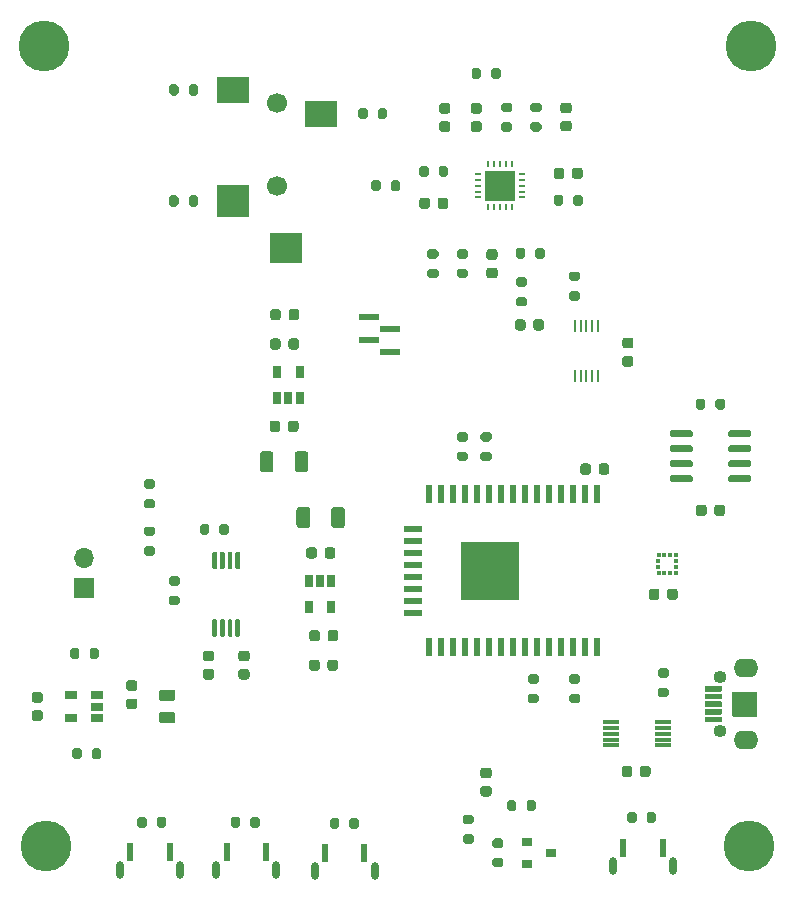
<source format=gbr>
%TF.GenerationSoftware,KiCad,Pcbnew,5.1.10-88a1d61d58~88~ubuntu20.04.1*%
%TF.CreationDate,2021-05-09T11:34:52+02:00*%
%TF.ProjectId,osw-light-modifiedv2,6f73772d-6c69-4676-9874-2d6d6f646966,rev?*%
%TF.SameCoordinates,Original*%
%TF.FileFunction,Soldermask,Top*%
%TF.FilePolarity,Negative*%
%FSLAX46Y46*%
G04 Gerber Fmt 4.6, Leading zero omitted, Abs format (unit mm)*
G04 Created by KiCad (PCBNEW 5.1.10-88a1d61d58~88~ubuntu20.04.1) date 2021-05-09 11:34:52*
%MOMM*%
%LPD*%
G01*
G04 APERTURE LIST*
%ADD10C,4.300000*%
%ADD11R,2.500000X2.500000*%
%ADD12R,0.250000X0.500000*%
%ADD13R,0.500000X0.250000*%
%ADD14O,1.100000X1.100000*%
%ADD15O,2.100000X1.600000*%
%ADD16R,1.400000X0.300000*%
%ADD17R,0.650000X1.060000*%
%ADD18R,0.250000X1.100000*%
%ADD19R,1.524000X0.600000*%
%ADD20R,0.600000X1.524000*%
%ADD21R,5.000000X5.000000*%
%ADD22R,0.350000X0.375000*%
%ADD23R,0.375000X0.350000*%
%ADD24R,1.060000X0.650000*%
%ADD25R,0.500000X1.524000*%
%ADD26O,0.600000X1.524000*%
%ADD27R,0.900000X0.800000*%
%ADD28O,1.700000X1.700000*%
%ADD29R,1.700000X1.700000*%
%ADD30C,1.700000*%
%ADD31R,2.800000X2.800000*%
%ADD32R,2.800000X2.600000*%
%ADD33R,2.800000X2.200000*%
%ADD34R,1.750000X0.600000*%
G04 APERTURE END LIST*
D10*
%TO.C,REF\u002A\u002A*%
X110200000Y-106800000D03*
%TD*%
%TO.C,REF\u002A\u002A*%
X169800000Y-106800000D03*
%TD*%
%TO.C,REF\u002A\u002A*%
X169900000Y-39100000D03*
%TD*%
%TO.C,REF\u002A\u002A*%
X110100000Y-39100000D03*
%TD*%
D11*
%TO.C,U3*%
X148700000Y-50900000D03*
D12*
X147700000Y-49050000D03*
X148200000Y-49050000D03*
X148700000Y-49050000D03*
X149200000Y-49050000D03*
X149700000Y-49050000D03*
D13*
X150550000Y-49900000D03*
X150550000Y-50400000D03*
X150550000Y-50900000D03*
X150550000Y-51400000D03*
X150550000Y-51900000D03*
D12*
X149700000Y-52750000D03*
X149200000Y-52750000D03*
X148700000Y-52750000D03*
X148200000Y-52750000D03*
X147700000Y-52750000D03*
D13*
X146850000Y-51900000D03*
X146850000Y-51400000D03*
X146850000Y-50900000D03*
X146850000Y-50400000D03*
X146850000Y-49900000D03*
%TD*%
D14*
%TO.C,U12*%
X167304500Y-92514000D03*
X167304500Y-97086000D03*
G36*
G01*
X167400000Y-93750000D02*
X166050000Y-93750000D01*
G75*
G02*
X166000000Y-93700000I0J50000D01*
G01*
X166000000Y-93300000D01*
G75*
G02*
X166050000Y-93250000I50000J0D01*
G01*
X167400000Y-93250000D01*
G75*
G02*
X167450000Y-93300000I0J-50000D01*
G01*
X167450000Y-93700000D01*
G75*
G02*
X167400000Y-93750000I-50000J0D01*
G01*
G37*
G36*
G01*
X167400000Y-94400000D02*
X166050000Y-94400000D01*
G75*
G02*
X166000000Y-94350000I0J50000D01*
G01*
X166000000Y-93950000D01*
G75*
G02*
X166050000Y-93900000I50000J0D01*
G01*
X167400000Y-93900000D01*
G75*
G02*
X167450000Y-93950000I0J-50000D01*
G01*
X167450000Y-94350000D01*
G75*
G02*
X167400000Y-94400000I-50000J0D01*
G01*
G37*
G36*
G01*
X167400000Y-95050000D02*
X166050000Y-95050000D01*
G75*
G02*
X166000000Y-95000000I0J50000D01*
G01*
X166000000Y-94600000D01*
G75*
G02*
X166050000Y-94550000I50000J0D01*
G01*
X167400000Y-94550000D01*
G75*
G02*
X167450000Y-94600000I0J-50000D01*
G01*
X167450000Y-95000000D01*
G75*
G02*
X167400000Y-95050000I-50000J0D01*
G01*
G37*
G36*
G01*
X167400000Y-95700000D02*
X166050000Y-95700000D01*
G75*
G02*
X166000000Y-95650000I0J50000D01*
G01*
X166000000Y-95250000D01*
G75*
G02*
X166050000Y-95200000I50000J0D01*
G01*
X167400000Y-95200000D01*
G75*
G02*
X167450000Y-95250000I0J-50000D01*
G01*
X167450000Y-95650000D01*
G75*
G02*
X167400000Y-95700000I-50000J0D01*
G01*
G37*
G36*
G01*
X167400000Y-96350000D02*
X166050000Y-96350000D01*
G75*
G02*
X166000000Y-96300000I0J50000D01*
G01*
X166000000Y-95900000D01*
G75*
G02*
X166050000Y-95850000I50000J0D01*
G01*
X167400000Y-95850000D01*
G75*
G02*
X167450000Y-95900000I0J-50000D01*
G01*
X167450000Y-96300000D01*
G75*
G02*
X167400000Y-96350000I-50000J0D01*
G01*
G37*
D15*
X169527000Y-91752000D03*
G36*
G01*
X170400000Y-95850000D02*
X168400000Y-95850000D01*
G75*
G02*
X168350000Y-95800000I0J50000D01*
G01*
X168350000Y-93800000D01*
G75*
G02*
X168400000Y-93750000I50000J0D01*
G01*
X170400000Y-93750000D01*
G75*
G02*
X170450000Y-93800000I0J-50000D01*
G01*
X170450000Y-95800000D01*
G75*
G02*
X170400000Y-95850000I-50000J0D01*
G01*
G37*
X169527000Y-97848000D03*
%TD*%
D16*
%TO.C,U11*%
X158100000Y-96300000D03*
X158100000Y-96800000D03*
X158100000Y-97300000D03*
X158100000Y-97800000D03*
X158100000Y-98300000D03*
X162500000Y-98300000D03*
X162500000Y-97800000D03*
X162500000Y-97300000D03*
X162500000Y-96800000D03*
X162500000Y-96300000D03*
%TD*%
D17*
%TO.C,U9*%
X129810000Y-66680000D03*
X131710000Y-66680000D03*
X131710000Y-68880000D03*
X130760000Y-68880000D03*
X129810000Y-68880000D03*
%TD*%
%TO.C,U8*%
X134390000Y-86600000D03*
X132490000Y-86600000D03*
X132490000Y-84400000D03*
X133440000Y-84400000D03*
X134390000Y-84400000D03*
%TD*%
D18*
%TO.C,U7*%
X157000000Y-67050000D03*
X156500000Y-67050000D03*
X156000000Y-67050000D03*
X155500000Y-67050000D03*
X155000000Y-67050000D03*
X155000000Y-62750000D03*
X155500000Y-62750000D03*
X156000000Y-62750000D03*
X156500000Y-62750000D03*
X157000000Y-62750000D03*
%TD*%
D19*
%TO.C,U6*%
X141300000Y-87056000D03*
X141300000Y-86040000D03*
X141300000Y-85024000D03*
X141300000Y-84008000D03*
X141300000Y-82992000D03*
X141300000Y-81976000D03*
X141300000Y-80960000D03*
X141300000Y-79944000D03*
D20*
X150816000Y-90000000D03*
X156912000Y-90000000D03*
X147768000Y-90000000D03*
X148784000Y-90000000D03*
X155896000Y-90000000D03*
X154880000Y-90000000D03*
X153864000Y-90000000D03*
X152848000Y-90000000D03*
X142688000Y-90000000D03*
X143704000Y-90000000D03*
X149800000Y-90000000D03*
X145736000Y-90000000D03*
X151832000Y-90000000D03*
X146752000Y-90000000D03*
X144720000Y-90000000D03*
X156912000Y-77000000D03*
X155896000Y-77000000D03*
X154880000Y-77000000D03*
X153864000Y-77000000D03*
X152848000Y-77000000D03*
X151832000Y-77000000D03*
X150816000Y-77000000D03*
X149800000Y-77000000D03*
X148800000Y-77000000D03*
X147768000Y-77000000D03*
X146752000Y-77000000D03*
X145736000Y-77000000D03*
X144720000Y-77000000D03*
X143704000Y-77000000D03*
X142688000Y-77000000D03*
D21*
X147800000Y-83500000D03*
%TD*%
%TO.C,U5*%
G36*
G01*
X126375000Y-81900000D02*
X126575000Y-81900000D01*
G75*
G02*
X126675000Y-82000000I0J-100000D01*
G01*
X126675000Y-83275000D01*
G75*
G02*
X126575000Y-83375000I-100000J0D01*
G01*
X126375000Y-83375000D01*
G75*
G02*
X126275000Y-83275000I0J100000D01*
G01*
X126275000Y-82000000D01*
G75*
G02*
X126375000Y-81900000I100000J0D01*
G01*
G37*
G36*
G01*
X125725000Y-81900000D02*
X125925000Y-81900000D01*
G75*
G02*
X126025000Y-82000000I0J-100000D01*
G01*
X126025000Y-83275000D01*
G75*
G02*
X125925000Y-83375000I-100000J0D01*
G01*
X125725000Y-83375000D01*
G75*
G02*
X125625000Y-83275000I0J100000D01*
G01*
X125625000Y-82000000D01*
G75*
G02*
X125725000Y-81900000I100000J0D01*
G01*
G37*
G36*
G01*
X125075000Y-81900000D02*
X125275000Y-81900000D01*
G75*
G02*
X125375000Y-82000000I0J-100000D01*
G01*
X125375000Y-83275000D01*
G75*
G02*
X125275000Y-83375000I-100000J0D01*
G01*
X125075000Y-83375000D01*
G75*
G02*
X124975000Y-83275000I0J100000D01*
G01*
X124975000Y-82000000D01*
G75*
G02*
X125075000Y-81900000I100000J0D01*
G01*
G37*
G36*
G01*
X124425000Y-81900000D02*
X124625000Y-81900000D01*
G75*
G02*
X124725000Y-82000000I0J-100000D01*
G01*
X124725000Y-83275000D01*
G75*
G02*
X124625000Y-83375000I-100000J0D01*
G01*
X124425000Y-83375000D01*
G75*
G02*
X124325000Y-83275000I0J100000D01*
G01*
X124325000Y-82000000D01*
G75*
G02*
X124425000Y-81900000I100000J0D01*
G01*
G37*
G36*
G01*
X124425000Y-87625000D02*
X124625000Y-87625000D01*
G75*
G02*
X124725000Y-87725000I0J-100000D01*
G01*
X124725000Y-89000000D01*
G75*
G02*
X124625000Y-89100000I-100000J0D01*
G01*
X124425000Y-89100000D01*
G75*
G02*
X124325000Y-89000000I0J100000D01*
G01*
X124325000Y-87725000D01*
G75*
G02*
X124425000Y-87625000I100000J0D01*
G01*
G37*
G36*
G01*
X125075000Y-87625000D02*
X125275000Y-87625000D01*
G75*
G02*
X125375000Y-87725000I0J-100000D01*
G01*
X125375000Y-89000000D01*
G75*
G02*
X125275000Y-89100000I-100000J0D01*
G01*
X125075000Y-89100000D01*
G75*
G02*
X124975000Y-89000000I0J100000D01*
G01*
X124975000Y-87725000D01*
G75*
G02*
X125075000Y-87625000I100000J0D01*
G01*
G37*
G36*
G01*
X125725000Y-87625000D02*
X125925000Y-87625000D01*
G75*
G02*
X126025000Y-87725000I0J-100000D01*
G01*
X126025000Y-89000000D01*
G75*
G02*
X125925000Y-89100000I-100000J0D01*
G01*
X125725000Y-89100000D01*
G75*
G02*
X125625000Y-89000000I0J100000D01*
G01*
X125625000Y-87725000D01*
G75*
G02*
X125725000Y-87625000I100000J0D01*
G01*
G37*
G36*
G01*
X126375000Y-87625000D02*
X126575000Y-87625000D01*
G75*
G02*
X126675000Y-87725000I0J-100000D01*
G01*
X126675000Y-89000000D01*
G75*
G02*
X126575000Y-89100000I-100000J0D01*
G01*
X126375000Y-89100000D01*
G75*
G02*
X126275000Y-89000000I0J100000D01*
G01*
X126275000Y-87725000D01*
G75*
G02*
X126375000Y-87625000I100000J0D01*
G01*
G37*
%TD*%
D22*
%TO.C,U4*%
X163100000Y-82167500D03*
X162600000Y-82167500D03*
X163100000Y-83692500D03*
X162600000Y-83692500D03*
X162100000Y-82167500D03*
X162100000Y-83692500D03*
X163600000Y-82167500D03*
X163600000Y-83692500D03*
D23*
X162087500Y-82680000D03*
X162087500Y-83180000D03*
X163612500Y-83180000D03*
X163612500Y-82680000D03*
%TD*%
D24*
%TO.C,U2*%
X114600000Y-95950000D03*
X114600000Y-95000000D03*
X114600000Y-94050000D03*
X112400000Y-94050000D03*
X112400000Y-95950000D03*
%TD*%
%TO.C,U1*%
G36*
G01*
X165000000Y-75555000D02*
X165000000Y-75855000D01*
G75*
G02*
X164850000Y-76005000I-150000J0D01*
G01*
X163200000Y-76005000D01*
G75*
G02*
X163050000Y-75855000I0J150000D01*
G01*
X163050000Y-75555000D01*
G75*
G02*
X163200000Y-75405000I150000J0D01*
G01*
X164850000Y-75405000D01*
G75*
G02*
X165000000Y-75555000I0J-150000D01*
G01*
G37*
G36*
G01*
X165000000Y-74285000D02*
X165000000Y-74585000D01*
G75*
G02*
X164850000Y-74735000I-150000J0D01*
G01*
X163200000Y-74735000D01*
G75*
G02*
X163050000Y-74585000I0J150000D01*
G01*
X163050000Y-74285000D01*
G75*
G02*
X163200000Y-74135000I150000J0D01*
G01*
X164850000Y-74135000D01*
G75*
G02*
X165000000Y-74285000I0J-150000D01*
G01*
G37*
G36*
G01*
X165000000Y-73015000D02*
X165000000Y-73315000D01*
G75*
G02*
X164850000Y-73465000I-150000J0D01*
G01*
X163200000Y-73465000D01*
G75*
G02*
X163050000Y-73315000I0J150000D01*
G01*
X163050000Y-73015000D01*
G75*
G02*
X163200000Y-72865000I150000J0D01*
G01*
X164850000Y-72865000D01*
G75*
G02*
X165000000Y-73015000I0J-150000D01*
G01*
G37*
G36*
G01*
X165000000Y-71745000D02*
X165000000Y-72045000D01*
G75*
G02*
X164850000Y-72195000I-150000J0D01*
G01*
X163200000Y-72195000D01*
G75*
G02*
X163050000Y-72045000I0J150000D01*
G01*
X163050000Y-71745000D01*
G75*
G02*
X163200000Y-71595000I150000J0D01*
G01*
X164850000Y-71595000D01*
G75*
G02*
X165000000Y-71745000I0J-150000D01*
G01*
G37*
G36*
G01*
X169950000Y-71745000D02*
X169950000Y-72045000D01*
G75*
G02*
X169800000Y-72195000I-150000J0D01*
G01*
X168150000Y-72195000D01*
G75*
G02*
X168000000Y-72045000I0J150000D01*
G01*
X168000000Y-71745000D01*
G75*
G02*
X168150000Y-71595000I150000J0D01*
G01*
X169800000Y-71595000D01*
G75*
G02*
X169950000Y-71745000I0J-150000D01*
G01*
G37*
G36*
G01*
X169950000Y-73015000D02*
X169950000Y-73315000D01*
G75*
G02*
X169800000Y-73465000I-150000J0D01*
G01*
X168150000Y-73465000D01*
G75*
G02*
X168000000Y-73315000I0J150000D01*
G01*
X168000000Y-73015000D01*
G75*
G02*
X168150000Y-72865000I150000J0D01*
G01*
X169800000Y-72865000D01*
G75*
G02*
X169950000Y-73015000I0J-150000D01*
G01*
G37*
G36*
G01*
X169950000Y-74285000D02*
X169950000Y-74585000D01*
G75*
G02*
X169800000Y-74735000I-150000J0D01*
G01*
X168150000Y-74735000D01*
G75*
G02*
X168000000Y-74585000I0J150000D01*
G01*
X168000000Y-74285000D01*
G75*
G02*
X168150000Y-74135000I150000J0D01*
G01*
X169800000Y-74135000D01*
G75*
G02*
X169950000Y-74285000I0J-150000D01*
G01*
G37*
G36*
G01*
X169950000Y-75555000D02*
X169950000Y-75855000D01*
G75*
G02*
X169800000Y-76005000I-150000J0D01*
G01*
X168150000Y-76005000D01*
G75*
G02*
X168000000Y-75855000I0J150000D01*
G01*
X168000000Y-75555000D01*
G75*
G02*
X168150000Y-75405000I150000J0D01*
G01*
X169800000Y-75405000D01*
G75*
G02*
X169950000Y-75555000I0J-150000D01*
G01*
G37*
%TD*%
D25*
%TO.C,SW4*%
X137190001Y-107366999D03*
X133840001Y-107366999D03*
D26*
X138055001Y-108886999D03*
X132975001Y-108886999D03*
%TD*%
D25*
%TO.C,SW3*%
X162460001Y-106996999D03*
X159110001Y-106996999D03*
D26*
X163325001Y-108516999D03*
X158245001Y-108516999D03*
%TD*%
D25*
%TO.C,SW2*%
X120710001Y-107346999D03*
X117360001Y-107346999D03*
D26*
X121575001Y-108866999D03*
X116495001Y-108866999D03*
%TD*%
D25*
%TO.C,SW1*%
X128875000Y-107330000D03*
X125525000Y-107330000D03*
D26*
X129740000Y-108850000D03*
X124660000Y-108850000D03*
%TD*%
%TO.C,R33*%
G36*
G01*
X150925000Y-103675000D02*
X150925000Y-103125000D01*
G75*
G02*
X151125000Y-102925000I200000J0D01*
G01*
X151525000Y-102925000D01*
G75*
G02*
X151725000Y-103125000I0J-200000D01*
G01*
X151725000Y-103675000D01*
G75*
G02*
X151525000Y-103875000I-200000J0D01*
G01*
X151125000Y-103875000D01*
G75*
G02*
X150925000Y-103675000I0J200000D01*
G01*
G37*
G36*
G01*
X149275000Y-103675000D02*
X149275000Y-103125000D01*
G75*
G02*
X149475000Y-102925000I200000J0D01*
G01*
X149875000Y-102925000D01*
G75*
G02*
X150075000Y-103125000I0J-200000D01*
G01*
X150075000Y-103675000D01*
G75*
G02*
X149875000Y-103875000I-200000J0D01*
G01*
X149475000Y-103875000D01*
G75*
G02*
X149275000Y-103675000I0J200000D01*
G01*
G37*
%TD*%
%TO.C,R32*%
G36*
G01*
X162775000Y-92575000D02*
X162225000Y-92575000D01*
G75*
G02*
X162025000Y-92375000I0J200000D01*
G01*
X162025000Y-91975000D01*
G75*
G02*
X162225000Y-91775000I200000J0D01*
G01*
X162775000Y-91775000D01*
G75*
G02*
X162975000Y-91975000I0J-200000D01*
G01*
X162975000Y-92375000D01*
G75*
G02*
X162775000Y-92575000I-200000J0D01*
G01*
G37*
G36*
G01*
X162775000Y-94225000D02*
X162225000Y-94225000D01*
G75*
G02*
X162025000Y-94025000I0J200000D01*
G01*
X162025000Y-93625000D01*
G75*
G02*
X162225000Y-93425000I200000J0D01*
G01*
X162775000Y-93425000D01*
G75*
G02*
X162975000Y-93625000I0J-200000D01*
G01*
X162975000Y-94025000D01*
G75*
G02*
X162775000Y-94225000I-200000J0D01*
G01*
G37*
%TD*%
%TO.C,R31*%
G36*
G01*
X135075000Y-104625000D02*
X135075000Y-105175000D01*
G75*
G02*
X134875000Y-105375000I-200000J0D01*
G01*
X134475000Y-105375000D01*
G75*
G02*
X134275000Y-105175000I0J200000D01*
G01*
X134275000Y-104625000D01*
G75*
G02*
X134475000Y-104425000I200000J0D01*
G01*
X134875000Y-104425000D01*
G75*
G02*
X135075000Y-104625000I0J-200000D01*
G01*
G37*
G36*
G01*
X136725000Y-104625000D02*
X136725000Y-105175000D01*
G75*
G02*
X136525000Y-105375000I-200000J0D01*
G01*
X136125000Y-105375000D01*
G75*
G02*
X135925000Y-105175000I0J200000D01*
G01*
X135925000Y-104625000D01*
G75*
G02*
X136125000Y-104425000I200000J0D01*
G01*
X136525000Y-104425000D01*
G75*
G02*
X136725000Y-104625000I0J-200000D01*
G01*
G37*
%TD*%
%TO.C,R30*%
G36*
G01*
X145225000Y-73425000D02*
X145775000Y-73425000D01*
G75*
G02*
X145975000Y-73625000I0J-200000D01*
G01*
X145975000Y-74025000D01*
G75*
G02*
X145775000Y-74225000I-200000J0D01*
G01*
X145225000Y-74225000D01*
G75*
G02*
X145025000Y-74025000I0J200000D01*
G01*
X145025000Y-73625000D01*
G75*
G02*
X145225000Y-73425000I200000J0D01*
G01*
G37*
G36*
G01*
X145225000Y-71775000D02*
X145775000Y-71775000D01*
G75*
G02*
X145975000Y-71975000I0J-200000D01*
G01*
X145975000Y-72375000D01*
G75*
G02*
X145775000Y-72575000I-200000J0D01*
G01*
X145225000Y-72575000D01*
G75*
G02*
X145025000Y-72375000I0J200000D01*
G01*
X145025000Y-71975000D01*
G75*
G02*
X145225000Y-71775000I200000J0D01*
G01*
G37*
%TD*%
%TO.C,R29*%
G36*
G01*
X155275000Y-93075000D02*
X154725000Y-93075000D01*
G75*
G02*
X154525000Y-92875000I0J200000D01*
G01*
X154525000Y-92475000D01*
G75*
G02*
X154725000Y-92275000I200000J0D01*
G01*
X155275000Y-92275000D01*
G75*
G02*
X155475000Y-92475000I0J-200000D01*
G01*
X155475000Y-92875000D01*
G75*
G02*
X155275000Y-93075000I-200000J0D01*
G01*
G37*
G36*
G01*
X155275000Y-94725000D02*
X154725000Y-94725000D01*
G75*
G02*
X154525000Y-94525000I0J200000D01*
G01*
X154525000Y-94125000D01*
G75*
G02*
X154725000Y-93925000I200000J0D01*
G01*
X155275000Y-93925000D01*
G75*
G02*
X155475000Y-94125000I0J-200000D01*
G01*
X155475000Y-94525000D01*
G75*
G02*
X155275000Y-94725000I-200000J0D01*
G01*
G37*
%TD*%
%TO.C,R28*%
G36*
G01*
X160250000Y-104125000D02*
X160250000Y-104675000D01*
G75*
G02*
X160050000Y-104875000I-200000J0D01*
G01*
X159650000Y-104875000D01*
G75*
G02*
X159450000Y-104675000I0J200000D01*
G01*
X159450000Y-104125000D01*
G75*
G02*
X159650000Y-103925000I200000J0D01*
G01*
X160050000Y-103925000D01*
G75*
G02*
X160250000Y-104125000I0J-200000D01*
G01*
G37*
G36*
G01*
X161900000Y-104125000D02*
X161900000Y-104675000D01*
G75*
G02*
X161700000Y-104875000I-200000J0D01*
G01*
X161300000Y-104875000D01*
G75*
G02*
X161100000Y-104675000I0J200000D01*
G01*
X161100000Y-104125000D01*
G75*
G02*
X161300000Y-103925000I200000J0D01*
G01*
X161700000Y-103925000D01*
G75*
G02*
X161900000Y-104125000I0J-200000D01*
G01*
G37*
%TD*%
%TO.C,R27*%
G36*
G01*
X147225000Y-73425000D02*
X147775000Y-73425000D01*
G75*
G02*
X147975000Y-73625000I0J-200000D01*
G01*
X147975000Y-74025000D01*
G75*
G02*
X147775000Y-74225000I-200000J0D01*
G01*
X147225000Y-74225000D01*
G75*
G02*
X147025000Y-74025000I0J200000D01*
G01*
X147025000Y-73625000D01*
G75*
G02*
X147225000Y-73425000I200000J0D01*
G01*
G37*
G36*
G01*
X147225000Y-71775000D02*
X147775000Y-71775000D01*
G75*
G02*
X147975000Y-71975000I0J-200000D01*
G01*
X147975000Y-72375000D01*
G75*
G02*
X147775000Y-72575000I-200000J0D01*
G01*
X147225000Y-72575000D01*
G75*
G02*
X147025000Y-72375000I0J200000D01*
G01*
X147025000Y-71975000D01*
G75*
G02*
X147225000Y-71775000I200000J0D01*
G01*
G37*
%TD*%
%TO.C,R26*%
G36*
G01*
X151775000Y-93075000D02*
X151225000Y-93075000D01*
G75*
G02*
X151025000Y-92875000I0J200000D01*
G01*
X151025000Y-92475000D01*
G75*
G02*
X151225000Y-92275000I200000J0D01*
G01*
X151775000Y-92275000D01*
G75*
G02*
X151975000Y-92475000I0J-200000D01*
G01*
X151975000Y-92875000D01*
G75*
G02*
X151775000Y-93075000I-200000J0D01*
G01*
G37*
G36*
G01*
X151775000Y-94725000D02*
X151225000Y-94725000D01*
G75*
G02*
X151025000Y-94525000I0J200000D01*
G01*
X151025000Y-94125000D01*
G75*
G02*
X151225000Y-93925000I200000J0D01*
G01*
X151775000Y-93925000D01*
G75*
G02*
X151975000Y-94125000I0J-200000D01*
G01*
X151975000Y-94525000D01*
G75*
G02*
X151775000Y-94725000I-200000J0D01*
G01*
G37*
%TD*%
%TO.C,R25*%
G36*
G01*
X118775000Y-104525000D02*
X118775000Y-105075000D01*
G75*
G02*
X118575000Y-105275000I-200000J0D01*
G01*
X118175000Y-105275000D01*
G75*
G02*
X117975000Y-105075000I0J200000D01*
G01*
X117975000Y-104525000D01*
G75*
G02*
X118175000Y-104325000I200000J0D01*
G01*
X118575000Y-104325000D01*
G75*
G02*
X118775000Y-104525000I0J-200000D01*
G01*
G37*
G36*
G01*
X120425000Y-104525000D02*
X120425000Y-105075000D01*
G75*
G02*
X120225000Y-105275000I-200000J0D01*
G01*
X119825000Y-105275000D01*
G75*
G02*
X119625000Y-105075000I0J200000D01*
G01*
X119625000Y-104525000D01*
G75*
G02*
X119825000Y-104325000I200000J0D01*
G01*
X120225000Y-104325000D01*
G75*
G02*
X120425000Y-104525000I0J-200000D01*
G01*
G37*
%TD*%
%TO.C,R24*%
G36*
G01*
X126675000Y-104525000D02*
X126675000Y-105075000D01*
G75*
G02*
X126475000Y-105275000I-200000J0D01*
G01*
X126075000Y-105275000D01*
G75*
G02*
X125875000Y-105075000I0J200000D01*
G01*
X125875000Y-104525000D01*
G75*
G02*
X126075000Y-104325000I200000J0D01*
G01*
X126475000Y-104325000D01*
G75*
G02*
X126675000Y-104525000I0J-200000D01*
G01*
G37*
G36*
G01*
X128325000Y-104525000D02*
X128325000Y-105075000D01*
G75*
G02*
X128125000Y-105275000I-200000J0D01*
G01*
X127725000Y-105275000D01*
G75*
G02*
X127525000Y-105075000I0J200000D01*
G01*
X127525000Y-104525000D01*
G75*
G02*
X127725000Y-104325000I200000J0D01*
G01*
X128125000Y-104325000D01*
G75*
G02*
X128325000Y-104525000I0J-200000D01*
G01*
G37*
%TD*%
%TO.C,R23*%
G36*
G01*
X148775000Y-106975000D02*
X148225000Y-106975000D01*
G75*
G02*
X148025000Y-106775000I0J200000D01*
G01*
X148025000Y-106375000D01*
G75*
G02*
X148225000Y-106175000I200000J0D01*
G01*
X148775000Y-106175000D01*
G75*
G02*
X148975000Y-106375000I0J-200000D01*
G01*
X148975000Y-106775000D01*
G75*
G02*
X148775000Y-106975000I-200000J0D01*
G01*
G37*
G36*
G01*
X148775000Y-108625000D02*
X148225000Y-108625000D01*
G75*
G02*
X148025000Y-108425000I0J200000D01*
G01*
X148025000Y-108025000D01*
G75*
G02*
X148225000Y-107825000I200000J0D01*
G01*
X148775000Y-107825000D01*
G75*
G02*
X148975000Y-108025000I0J-200000D01*
G01*
X148975000Y-108425000D01*
G75*
G02*
X148775000Y-108625000I-200000J0D01*
G01*
G37*
%TD*%
%TO.C,R22*%
G36*
G01*
X146275000Y-104975000D02*
X145725000Y-104975000D01*
G75*
G02*
X145525000Y-104775000I0J200000D01*
G01*
X145525000Y-104375000D01*
G75*
G02*
X145725000Y-104175000I200000J0D01*
G01*
X146275000Y-104175000D01*
G75*
G02*
X146475000Y-104375000I0J-200000D01*
G01*
X146475000Y-104775000D01*
G75*
G02*
X146275000Y-104975000I-200000J0D01*
G01*
G37*
G36*
G01*
X146275000Y-106625000D02*
X145725000Y-106625000D01*
G75*
G02*
X145525000Y-106425000I0J200000D01*
G01*
X145525000Y-106025000D01*
G75*
G02*
X145725000Y-105825000I200000J0D01*
G01*
X146275000Y-105825000D01*
G75*
G02*
X146475000Y-106025000I0J-200000D01*
G01*
X146475000Y-106425000D01*
G75*
G02*
X146275000Y-106625000I-200000J0D01*
G01*
G37*
%TD*%
%TO.C,R21*%
G36*
G01*
X119275000Y-76575000D02*
X118725000Y-76575000D01*
G75*
G02*
X118525000Y-76375000I0J200000D01*
G01*
X118525000Y-75975000D01*
G75*
G02*
X118725000Y-75775000I200000J0D01*
G01*
X119275000Y-75775000D01*
G75*
G02*
X119475000Y-75975000I0J-200000D01*
G01*
X119475000Y-76375000D01*
G75*
G02*
X119275000Y-76575000I-200000J0D01*
G01*
G37*
G36*
G01*
X119275000Y-78225000D02*
X118725000Y-78225000D01*
G75*
G02*
X118525000Y-78025000I0J200000D01*
G01*
X118525000Y-77625000D01*
G75*
G02*
X118725000Y-77425000I200000J0D01*
G01*
X119275000Y-77425000D01*
G75*
G02*
X119475000Y-77625000I0J-200000D01*
G01*
X119475000Y-78025000D01*
G75*
G02*
X119275000Y-78225000I-200000J0D01*
G01*
G37*
%TD*%
%TO.C,R20*%
G36*
G01*
X119275000Y-80575000D02*
X118725000Y-80575000D01*
G75*
G02*
X118525000Y-80375000I0J200000D01*
G01*
X118525000Y-79975000D01*
G75*
G02*
X118725000Y-79775000I200000J0D01*
G01*
X119275000Y-79775000D01*
G75*
G02*
X119475000Y-79975000I0J-200000D01*
G01*
X119475000Y-80375000D01*
G75*
G02*
X119275000Y-80575000I-200000J0D01*
G01*
G37*
G36*
G01*
X119275000Y-82225000D02*
X118725000Y-82225000D01*
G75*
G02*
X118525000Y-82025000I0J200000D01*
G01*
X118525000Y-81625000D01*
G75*
G02*
X118725000Y-81425000I200000J0D01*
G01*
X119275000Y-81425000D01*
G75*
G02*
X119475000Y-81625000I0J-200000D01*
G01*
X119475000Y-82025000D01*
G75*
G02*
X119275000Y-82225000I-200000J0D01*
G01*
G37*
%TD*%
%TO.C,R19*%
G36*
G01*
X154875000Y-52415000D02*
X154875000Y-51865000D01*
G75*
G02*
X155075000Y-51665000I200000J0D01*
G01*
X155475000Y-51665000D01*
G75*
G02*
X155675000Y-51865000I0J-200000D01*
G01*
X155675000Y-52415000D01*
G75*
G02*
X155475000Y-52615000I-200000J0D01*
G01*
X155075000Y-52615000D01*
G75*
G02*
X154875000Y-52415000I0J200000D01*
G01*
G37*
G36*
G01*
X153225000Y-52415000D02*
X153225000Y-51865000D01*
G75*
G02*
X153425000Y-51665000I200000J0D01*
G01*
X153825000Y-51665000D01*
G75*
G02*
X154025000Y-51865000I0J-200000D01*
G01*
X154025000Y-52415000D01*
G75*
G02*
X153825000Y-52615000I-200000J0D01*
G01*
X153425000Y-52615000D01*
G75*
G02*
X153225000Y-52415000I0J200000D01*
G01*
G37*
%TD*%
%TO.C,R18*%
G36*
G01*
X151995000Y-44675000D02*
X151445000Y-44675000D01*
G75*
G02*
X151245000Y-44475000I0J200000D01*
G01*
X151245000Y-44075000D01*
G75*
G02*
X151445000Y-43875000I200000J0D01*
G01*
X151995000Y-43875000D01*
G75*
G02*
X152195000Y-44075000I0J-200000D01*
G01*
X152195000Y-44475000D01*
G75*
G02*
X151995000Y-44675000I-200000J0D01*
G01*
G37*
G36*
G01*
X151995000Y-46325000D02*
X151445000Y-46325000D01*
G75*
G02*
X151245000Y-46125000I0J200000D01*
G01*
X151245000Y-45725000D01*
G75*
G02*
X151445000Y-45525000I200000J0D01*
G01*
X151995000Y-45525000D01*
G75*
G02*
X152195000Y-45725000I0J-200000D01*
G01*
X152195000Y-46125000D01*
G75*
G02*
X151995000Y-46325000I-200000J0D01*
G01*
G37*
%TD*%
%TO.C,R17*%
G36*
G01*
X147925000Y-41675000D02*
X147925000Y-41125000D01*
G75*
G02*
X148125000Y-40925000I200000J0D01*
G01*
X148525000Y-40925000D01*
G75*
G02*
X148725000Y-41125000I0J-200000D01*
G01*
X148725000Y-41675000D01*
G75*
G02*
X148525000Y-41875000I-200000J0D01*
G01*
X148125000Y-41875000D01*
G75*
G02*
X147925000Y-41675000I0J200000D01*
G01*
G37*
G36*
G01*
X146275000Y-41675000D02*
X146275000Y-41125000D01*
G75*
G02*
X146475000Y-40925000I200000J0D01*
G01*
X146875000Y-40925000D01*
G75*
G02*
X147075000Y-41125000I0J-200000D01*
G01*
X147075000Y-41675000D01*
G75*
G02*
X146875000Y-41875000I-200000J0D01*
G01*
X146475000Y-41875000D01*
G75*
G02*
X146275000Y-41675000I0J200000D01*
G01*
G37*
%TD*%
%TO.C,R16*%
G36*
G01*
X149535000Y-44675000D02*
X148985000Y-44675000D01*
G75*
G02*
X148785000Y-44475000I0J200000D01*
G01*
X148785000Y-44075000D01*
G75*
G02*
X148985000Y-43875000I200000J0D01*
G01*
X149535000Y-43875000D01*
G75*
G02*
X149735000Y-44075000I0J-200000D01*
G01*
X149735000Y-44475000D01*
G75*
G02*
X149535000Y-44675000I-200000J0D01*
G01*
G37*
G36*
G01*
X149535000Y-46325000D02*
X148985000Y-46325000D01*
G75*
G02*
X148785000Y-46125000I0J200000D01*
G01*
X148785000Y-45725000D01*
G75*
G02*
X148985000Y-45525000I200000J0D01*
G01*
X149535000Y-45525000D01*
G75*
G02*
X149735000Y-45725000I0J-200000D01*
G01*
X149735000Y-46125000D01*
G75*
G02*
X149535000Y-46325000I-200000J0D01*
G01*
G37*
%TD*%
%TO.C,R15*%
G36*
G01*
X120825000Y-85625000D02*
X121375000Y-85625000D01*
G75*
G02*
X121575000Y-85825000I0J-200000D01*
G01*
X121575000Y-86225000D01*
G75*
G02*
X121375000Y-86425000I-200000J0D01*
G01*
X120825000Y-86425000D01*
G75*
G02*
X120625000Y-86225000I0J200000D01*
G01*
X120625000Y-85825000D01*
G75*
G02*
X120825000Y-85625000I200000J0D01*
G01*
G37*
G36*
G01*
X120825000Y-83975000D02*
X121375000Y-83975000D01*
G75*
G02*
X121575000Y-84175000I0J-200000D01*
G01*
X121575000Y-84575000D01*
G75*
G02*
X121375000Y-84775000I-200000J0D01*
G01*
X120825000Y-84775000D01*
G75*
G02*
X120625000Y-84575000I0J200000D01*
G01*
X120625000Y-84175000D01*
G75*
G02*
X120825000Y-83975000I200000J0D01*
G01*
G37*
%TD*%
%TO.C,R14*%
G36*
G01*
X124925000Y-80275000D02*
X124925000Y-79725000D01*
G75*
G02*
X125125000Y-79525000I200000J0D01*
G01*
X125525000Y-79525000D01*
G75*
G02*
X125725000Y-79725000I0J-200000D01*
G01*
X125725000Y-80275000D01*
G75*
G02*
X125525000Y-80475000I-200000J0D01*
G01*
X125125000Y-80475000D01*
G75*
G02*
X124925000Y-80275000I0J200000D01*
G01*
G37*
G36*
G01*
X123275000Y-80275000D02*
X123275000Y-79725000D01*
G75*
G02*
X123475000Y-79525000I200000J0D01*
G01*
X123875000Y-79525000D01*
G75*
G02*
X124075000Y-79725000I0J-200000D01*
G01*
X124075000Y-80275000D01*
G75*
G02*
X123875000Y-80475000I-200000J0D01*
G01*
X123475000Y-80475000D01*
G75*
G02*
X123275000Y-80275000I0J200000D01*
G01*
G37*
%TD*%
%TO.C,R13*%
G36*
G01*
X166075000Y-69125000D02*
X166075000Y-69675000D01*
G75*
G02*
X165875000Y-69875000I-200000J0D01*
G01*
X165475000Y-69875000D01*
G75*
G02*
X165275000Y-69675000I0J200000D01*
G01*
X165275000Y-69125000D01*
G75*
G02*
X165475000Y-68925000I200000J0D01*
G01*
X165875000Y-68925000D01*
G75*
G02*
X166075000Y-69125000I0J-200000D01*
G01*
G37*
G36*
G01*
X167725000Y-69125000D02*
X167725000Y-69675000D01*
G75*
G02*
X167525000Y-69875000I-200000J0D01*
G01*
X167125000Y-69875000D01*
G75*
G02*
X166925000Y-69675000I0J200000D01*
G01*
X166925000Y-69125000D01*
G75*
G02*
X167125000Y-68925000I200000J0D01*
G01*
X167525000Y-68925000D01*
G75*
G02*
X167725000Y-69125000I0J-200000D01*
G01*
G37*
%TD*%
%TO.C,R12*%
G36*
G01*
X114100000Y-99275000D02*
X114100000Y-98725000D01*
G75*
G02*
X114300000Y-98525000I200000J0D01*
G01*
X114700000Y-98525000D01*
G75*
G02*
X114900000Y-98725000I0J-200000D01*
G01*
X114900000Y-99275000D01*
G75*
G02*
X114700000Y-99475000I-200000J0D01*
G01*
X114300000Y-99475000D01*
G75*
G02*
X114100000Y-99275000I0J200000D01*
G01*
G37*
G36*
G01*
X112450000Y-99275000D02*
X112450000Y-98725000D01*
G75*
G02*
X112650000Y-98525000I200000J0D01*
G01*
X113050000Y-98525000D01*
G75*
G02*
X113250000Y-98725000I0J-200000D01*
G01*
X113250000Y-99275000D01*
G75*
G02*
X113050000Y-99475000I-200000J0D01*
G01*
X112650000Y-99475000D01*
G75*
G02*
X112450000Y-99275000I0J200000D01*
G01*
G37*
%TD*%
%TO.C,R11*%
G36*
G01*
X139425000Y-51175000D02*
X139425000Y-50625000D01*
G75*
G02*
X139625000Y-50425000I200000J0D01*
G01*
X140025000Y-50425000D01*
G75*
G02*
X140225000Y-50625000I0J-200000D01*
G01*
X140225000Y-51175000D01*
G75*
G02*
X140025000Y-51375000I-200000J0D01*
G01*
X139625000Y-51375000D01*
G75*
G02*
X139425000Y-51175000I0J200000D01*
G01*
G37*
G36*
G01*
X137775000Y-51175000D02*
X137775000Y-50625000D01*
G75*
G02*
X137975000Y-50425000I200000J0D01*
G01*
X138375000Y-50425000D01*
G75*
G02*
X138575000Y-50625000I0J-200000D01*
G01*
X138575000Y-51175000D01*
G75*
G02*
X138375000Y-51375000I-200000J0D01*
G01*
X137975000Y-51375000D01*
G75*
G02*
X137775000Y-51175000I0J200000D01*
G01*
G37*
%TD*%
%TO.C,R10*%
G36*
G01*
X143495000Y-49975000D02*
X143495000Y-49425000D01*
G75*
G02*
X143695000Y-49225000I200000J0D01*
G01*
X144095000Y-49225000D01*
G75*
G02*
X144295000Y-49425000I0J-200000D01*
G01*
X144295000Y-49975000D01*
G75*
G02*
X144095000Y-50175000I-200000J0D01*
G01*
X143695000Y-50175000D01*
G75*
G02*
X143495000Y-49975000I0J200000D01*
G01*
G37*
G36*
G01*
X141845000Y-49975000D02*
X141845000Y-49425000D01*
G75*
G02*
X142045000Y-49225000I200000J0D01*
G01*
X142445000Y-49225000D01*
G75*
G02*
X142645000Y-49425000I0J-200000D01*
G01*
X142645000Y-49975000D01*
G75*
G02*
X142445000Y-50175000I-200000J0D01*
G01*
X142045000Y-50175000D01*
G75*
G02*
X141845000Y-49975000I0J200000D01*
G01*
G37*
%TD*%
%TO.C,R9*%
G36*
G01*
X145225000Y-57935000D02*
X145775000Y-57935000D01*
G75*
G02*
X145975000Y-58135000I0J-200000D01*
G01*
X145975000Y-58535000D01*
G75*
G02*
X145775000Y-58735000I-200000J0D01*
G01*
X145225000Y-58735000D01*
G75*
G02*
X145025000Y-58535000I0J200000D01*
G01*
X145025000Y-58135000D01*
G75*
G02*
X145225000Y-57935000I200000J0D01*
G01*
G37*
G36*
G01*
X145225000Y-56285000D02*
X145775000Y-56285000D01*
G75*
G02*
X145975000Y-56485000I0J-200000D01*
G01*
X145975000Y-56885000D01*
G75*
G02*
X145775000Y-57085000I-200000J0D01*
G01*
X145225000Y-57085000D01*
G75*
G02*
X145025000Y-56885000I0J200000D01*
G01*
X145025000Y-56485000D01*
G75*
G02*
X145225000Y-56285000I200000J0D01*
G01*
G37*
%TD*%
%TO.C,R8*%
G36*
G01*
X151655000Y-56905000D02*
X151655000Y-56355000D01*
G75*
G02*
X151855000Y-56155000I200000J0D01*
G01*
X152255000Y-56155000D01*
G75*
G02*
X152455000Y-56355000I0J-200000D01*
G01*
X152455000Y-56905000D01*
G75*
G02*
X152255000Y-57105000I-200000J0D01*
G01*
X151855000Y-57105000D01*
G75*
G02*
X151655000Y-56905000I0J200000D01*
G01*
G37*
G36*
G01*
X150005000Y-56905000D02*
X150005000Y-56355000D01*
G75*
G02*
X150205000Y-56155000I200000J0D01*
G01*
X150605000Y-56155000D01*
G75*
G02*
X150805000Y-56355000I0J-200000D01*
G01*
X150805000Y-56905000D01*
G75*
G02*
X150605000Y-57105000I-200000J0D01*
G01*
X150205000Y-57105000D01*
G75*
G02*
X150005000Y-56905000I0J200000D01*
G01*
G37*
%TD*%
%TO.C,R7*%
G36*
G01*
X150765000Y-59475000D02*
X150215000Y-59475000D01*
G75*
G02*
X150015000Y-59275000I0J200000D01*
G01*
X150015000Y-58875000D01*
G75*
G02*
X150215000Y-58675000I200000J0D01*
G01*
X150765000Y-58675000D01*
G75*
G02*
X150965000Y-58875000I0J-200000D01*
G01*
X150965000Y-59275000D01*
G75*
G02*
X150765000Y-59475000I-200000J0D01*
G01*
G37*
G36*
G01*
X150765000Y-61125000D02*
X150215000Y-61125000D01*
G75*
G02*
X150015000Y-60925000I0J200000D01*
G01*
X150015000Y-60525000D01*
G75*
G02*
X150215000Y-60325000I200000J0D01*
G01*
X150765000Y-60325000D01*
G75*
G02*
X150965000Y-60525000I0J-200000D01*
G01*
X150965000Y-60925000D01*
G75*
G02*
X150765000Y-61125000I-200000J0D01*
G01*
G37*
%TD*%
%TO.C,R6*%
G36*
G01*
X154715000Y-59825000D02*
X155265000Y-59825000D01*
G75*
G02*
X155465000Y-60025000I0J-200000D01*
G01*
X155465000Y-60425000D01*
G75*
G02*
X155265000Y-60625000I-200000J0D01*
G01*
X154715000Y-60625000D01*
G75*
G02*
X154515000Y-60425000I0J200000D01*
G01*
X154515000Y-60025000D01*
G75*
G02*
X154715000Y-59825000I200000J0D01*
G01*
G37*
G36*
G01*
X154715000Y-58175000D02*
X155265000Y-58175000D01*
G75*
G02*
X155465000Y-58375000I0J-200000D01*
G01*
X155465000Y-58775000D01*
G75*
G02*
X155265000Y-58975000I-200000J0D01*
G01*
X154715000Y-58975000D01*
G75*
G02*
X154515000Y-58775000I0J200000D01*
G01*
X154515000Y-58375000D01*
G75*
G02*
X154715000Y-58175000I200000J0D01*
G01*
G37*
%TD*%
%TO.C,R5*%
G36*
G01*
X137475000Y-44525000D02*
X137475000Y-45075000D01*
G75*
G02*
X137275000Y-45275000I-200000J0D01*
G01*
X136875000Y-45275000D01*
G75*
G02*
X136675000Y-45075000I0J200000D01*
G01*
X136675000Y-44525000D01*
G75*
G02*
X136875000Y-44325000I200000J0D01*
G01*
X137275000Y-44325000D01*
G75*
G02*
X137475000Y-44525000I0J-200000D01*
G01*
G37*
G36*
G01*
X139125000Y-44525000D02*
X139125000Y-45075000D01*
G75*
G02*
X138925000Y-45275000I-200000J0D01*
G01*
X138525000Y-45275000D01*
G75*
G02*
X138325000Y-45075000I0J200000D01*
G01*
X138325000Y-44525000D01*
G75*
G02*
X138525000Y-44325000I200000J0D01*
G01*
X138925000Y-44325000D01*
G75*
G02*
X139125000Y-44525000I0J-200000D01*
G01*
G37*
%TD*%
%TO.C,R4*%
G36*
G01*
X122325000Y-52475000D02*
X122325000Y-51925000D01*
G75*
G02*
X122525000Y-51725000I200000J0D01*
G01*
X122925000Y-51725000D01*
G75*
G02*
X123125000Y-51925000I0J-200000D01*
G01*
X123125000Y-52475000D01*
G75*
G02*
X122925000Y-52675000I-200000J0D01*
G01*
X122525000Y-52675000D01*
G75*
G02*
X122325000Y-52475000I0J200000D01*
G01*
G37*
G36*
G01*
X120675000Y-52475000D02*
X120675000Y-51925000D01*
G75*
G02*
X120875000Y-51725000I200000J0D01*
G01*
X121275000Y-51725000D01*
G75*
G02*
X121475000Y-51925000I0J-200000D01*
G01*
X121475000Y-52475000D01*
G75*
G02*
X121275000Y-52675000I-200000J0D01*
G01*
X120875000Y-52675000D01*
G75*
G02*
X120675000Y-52475000I0J200000D01*
G01*
G37*
%TD*%
%TO.C,R3*%
G36*
G01*
X142725000Y-57935000D02*
X143275000Y-57935000D01*
G75*
G02*
X143475000Y-58135000I0J-200000D01*
G01*
X143475000Y-58535000D01*
G75*
G02*
X143275000Y-58735000I-200000J0D01*
G01*
X142725000Y-58735000D01*
G75*
G02*
X142525000Y-58535000I0J200000D01*
G01*
X142525000Y-58135000D01*
G75*
G02*
X142725000Y-57935000I200000J0D01*
G01*
G37*
G36*
G01*
X142725000Y-56285000D02*
X143275000Y-56285000D01*
G75*
G02*
X143475000Y-56485000I0J-200000D01*
G01*
X143475000Y-56885000D01*
G75*
G02*
X143275000Y-57085000I-200000J0D01*
G01*
X142725000Y-57085000D01*
G75*
G02*
X142525000Y-56885000I0J200000D01*
G01*
X142525000Y-56485000D01*
G75*
G02*
X142725000Y-56285000I200000J0D01*
G01*
G37*
%TD*%
%TO.C,R2*%
G36*
G01*
X122325000Y-43075000D02*
X122325000Y-42525000D01*
G75*
G02*
X122525000Y-42325000I200000J0D01*
G01*
X122925000Y-42325000D01*
G75*
G02*
X123125000Y-42525000I0J-200000D01*
G01*
X123125000Y-43075000D01*
G75*
G02*
X122925000Y-43275000I-200000J0D01*
G01*
X122525000Y-43275000D01*
G75*
G02*
X122325000Y-43075000I0J200000D01*
G01*
G37*
G36*
G01*
X120675000Y-43075000D02*
X120675000Y-42525000D01*
G75*
G02*
X120875000Y-42325000I200000J0D01*
G01*
X121275000Y-42325000D01*
G75*
G02*
X121475000Y-42525000I0J-200000D01*
G01*
X121475000Y-43075000D01*
G75*
G02*
X121275000Y-43275000I-200000J0D01*
G01*
X120875000Y-43275000D01*
G75*
G02*
X120675000Y-43075000I0J200000D01*
G01*
G37*
%TD*%
%TO.C,R1*%
G36*
G01*
X113075000Y-90225000D02*
X113075000Y-90775000D01*
G75*
G02*
X112875000Y-90975000I-200000J0D01*
G01*
X112475000Y-90975000D01*
G75*
G02*
X112275000Y-90775000I0J200000D01*
G01*
X112275000Y-90225000D01*
G75*
G02*
X112475000Y-90025000I200000J0D01*
G01*
X112875000Y-90025000D01*
G75*
G02*
X113075000Y-90225000I0J-200000D01*
G01*
G37*
G36*
G01*
X114725000Y-90225000D02*
X114725000Y-90775000D01*
G75*
G02*
X114525000Y-90975000I-200000J0D01*
G01*
X114125000Y-90975000D01*
G75*
G02*
X113925000Y-90775000I0J200000D01*
G01*
X113925000Y-90225000D01*
G75*
G02*
X114125000Y-90025000I200000J0D01*
G01*
X114525000Y-90025000D01*
G75*
G02*
X114725000Y-90225000I0J-200000D01*
G01*
G37*
%TD*%
D27*
%TO.C,Q1*%
X153000000Y-107400000D03*
X151000000Y-108350000D03*
X151000000Y-106450000D03*
%TD*%
D28*
%TO.C,J3*%
X113500000Y-82460000D03*
D29*
X113500000Y-85000000D03*
%TD*%
D30*
%TO.C,J2*%
X129800000Y-50900000D03*
X129800000Y-43900000D03*
D31*
X126100000Y-52200000D03*
D32*
X130550000Y-56200000D03*
D33*
X126100000Y-42800000D03*
X133500000Y-44800000D03*
%TD*%
D34*
%TO.C,J1*%
X137625000Y-62000000D03*
X137625000Y-64000000D03*
X139375000Y-63000000D03*
X139375000Y-65000000D03*
%TD*%
%TO.C,D1*%
G36*
G01*
X120956250Y-94550000D02*
X120043750Y-94550000D01*
G75*
G02*
X119800000Y-94306250I0J243750D01*
G01*
X119800000Y-93818750D01*
G75*
G02*
X120043750Y-93575000I243750J0D01*
G01*
X120956250Y-93575000D01*
G75*
G02*
X121200000Y-93818750I0J-243750D01*
G01*
X121200000Y-94306250D01*
G75*
G02*
X120956250Y-94550000I-243750J0D01*
G01*
G37*
G36*
G01*
X120956250Y-96425000D02*
X120043750Y-96425000D01*
G75*
G02*
X119800000Y-96181250I0J243750D01*
G01*
X119800000Y-95693750D01*
G75*
G02*
X120043750Y-95450000I243750J0D01*
G01*
X120956250Y-95450000D01*
G75*
G02*
X121200000Y-95693750I0J-243750D01*
G01*
X121200000Y-96181250D01*
G75*
G02*
X120956250Y-96425000I-243750J0D01*
G01*
G37*
%TD*%
%TO.C,C26*%
G36*
G01*
X159875000Y-100250000D02*
X159875000Y-100750000D01*
G75*
G02*
X159650000Y-100975000I-225000J0D01*
G01*
X159200000Y-100975000D01*
G75*
G02*
X158975000Y-100750000I0J225000D01*
G01*
X158975000Y-100250000D01*
G75*
G02*
X159200000Y-100025000I225000J0D01*
G01*
X159650000Y-100025000D01*
G75*
G02*
X159875000Y-100250000I0J-225000D01*
G01*
G37*
G36*
G01*
X161425000Y-100250000D02*
X161425000Y-100750000D01*
G75*
G02*
X161200000Y-100975000I-225000J0D01*
G01*
X160750000Y-100975000D01*
G75*
G02*
X160525000Y-100750000I0J225000D01*
G01*
X160525000Y-100250000D01*
G75*
G02*
X160750000Y-100025000I225000J0D01*
G01*
X161200000Y-100025000D01*
G75*
G02*
X161425000Y-100250000I0J-225000D01*
G01*
G37*
%TD*%
%TO.C,C24*%
G36*
G01*
X147750000Y-101075000D02*
X147250000Y-101075000D01*
G75*
G02*
X147025000Y-100850000I0J225000D01*
G01*
X147025000Y-100400000D01*
G75*
G02*
X147250000Y-100175000I225000J0D01*
G01*
X147750000Y-100175000D01*
G75*
G02*
X147975000Y-100400000I0J-225000D01*
G01*
X147975000Y-100850000D01*
G75*
G02*
X147750000Y-101075000I-225000J0D01*
G01*
G37*
G36*
G01*
X147750000Y-102625000D02*
X147250000Y-102625000D01*
G75*
G02*
X147025000Y-102400000I0J225000D01*
G01*
X147025000Y-101950000D01*
G75*
G02*
X147250000Y-101725000I225000J0D01*
G01*
X147750000Y-101725000D01*
G75*
G02*
X147975000Y-101950000I0J-225000D01*
G01*
X147975000Y-102400000D01*
G75*
G02*
X147750000Y-102625000I-225000J0D01*
G01*
G37*
%TD*%
%TO.C,C23*%
G36*
G01*
X130775000Y-62070000D02*
X130775000Y-61570000D01*
G75*
G02*
X131000000Y-61345000I225000J0D01*
G01*
X131450000Y-61345000D01*
G75*
G02*
X131675000Y-61570000I0J-225000D01*
G01*
X131675000Y-62070000D01*
G75*
G02*
X131450000Y-62295000I-225000J0D01*
G01*
X131000000Y-62295000D01*
G75*
G02*
X130775000Y-62070000I0J225000D01*
G01*
G37*
G36*
G01*
X129225000Y-62070000D02*
X129225000Y-61570000D01*
G75*
G02*
X129450000Y-61345000I225000J0D01*
G01*
X129900000Y-61345000D01*
G75*
G02*
X130125000Y-61570000I0J-225000D01*
G01*
X130125000Y-62070000D01*
G75*
G02*
X129900000Y-62295000I-225000J0D01*
G01*
X129450000Y-62295000D01*
G75*
G02*
X129225000Y-62070000I0J225000D01*
G01*
G37*
%TD*%
%TO.C,C22*%
G36*
G01*
X133435000Y-88750000D02*
X133435000Y-89250000D01*
G75*
G02*
X133210000Y-89475000I-225000J0D01*
G01*
X132760000Y-89475000D01*
G75*
G02*
X132535000Y-89250000I0J225000D01*
G01*
X132535000Y-88750000D01*
G75*
G02*
X132760000Y-88525000I225000J0D01*
G01*
X133210000Y-88525000D01*
G75*
G02*
X133435000Y-88750000I0J-225000D01*
G01*
G37*
G36*
G01*
X134985000Y-88750000D02*
X134985000Y-89250000D01*
G75*
G02*
X134760000Y-89475000I-225000J0D01*
G01*
X134310000Y-89475000D01*
G75*
G02*
X134085000Y-89250000I0J225000D01*
G01*
X134085000Y-88750000D01*
G75*
G02*
X134310000Y-88525000I225000J0D01*
G01*
X134760000Y-88525000D01*
G75*
G02*
X134985000Y-88750000I0J-225000D01*
G01*
G37*
%TD*%
%TO.C,C21*%
G36*
G01*
X130760000Y-64560000D02*
X130760000Y-64060000D01*
G75*
G02*
X130985000Y-63835000I225000J0D01*
G01*
X131435000Y-63835000D01*
G75*
G02*
X131660000Y-64060000I0J-225000D01*
G01*
X131660000Y-64560000D01*
G75*
G02*
X131435000Y-64785000I-225000J0D01*
G01*
X130985000Y-64785000D01*
G75*
G02*
X130760000Y-64560000I0J225000D01*
G01*
G37*
G36*
G01*
X129210000Y-64560000D02*
X129210000Y-64060000D01*
G75*
G02*
X129435000Y-63835000I225000J0D01*
G01*
X129885000Y-63835000D01*
G75*
G02*
X130110000Y-64060000I0J-225000D01*
G01*
X130110000Y-64560000D01*
G75*
G02*
X129885000Y-64785000I-225000J0D01*
G01*
X129435000Y-64785000D01*
G75*
G02*
X129210000Y-64560000I0J225000D01*
G01*
G37*
%TD*%
%TO.C,C20*%
G36*
G01*
X133415000Y-91250000D02*
X133415000Y-91750000D01*
G75*
G02*
X133190000Y-91975000I-225000J0D01*
G01*
X132740000Y-91975000D01*
G75*
G02*
X132515000Y-91750000I0J225000D01*
G01*
X132515000Y-91250000D01*
G75*
G02*
X132740000Y-91025000I225000J0D01*
G01*
X133190000Y-91025000D01*
G75*
G02*
X133415000Y-91250000I0J-225000D01*
G01*
G37*
G36*
G01*
X134965000Y-91250000D02*
X134965000Y-91750000D01*
G75*
G02*
X134740000Y-91975000I-225000J0D01*
G01*
X134290000Y-91975000D01*
G75*
G02*
X134065000Y-91750000I0J225000D01*
G01*
X134065000Y-91250000D01*
G75*
G02*
X134290000Y-91025000I225000J0D01*
G01*
X134740000Y-91025000D01*
G75*
G02*
X134965000Y-91250000I0J-225000D01*
G01*
G37*
%TD*%
%TO.C,C19*%
G36*
G01*
X159250000Y-65325000D02*
X159750000Y-65325000D01*
G75*
G02*
X159975000Y-65550000I0J-225000D01*
G01*
X159975000Y-66000000D01*
G75*
G02*
X159750000Y-66225000I-225000J0D01*
G01*
X159250000Y-66225000D01*
G75*
G02*
X159025000Y-66000000I0J225000D01*
G01*
X159025000Y-65550000D01*
G75*
G02*
X159250000Y-65325000I225000J0D01*
G01*
G37*
G36*
G01*
X159250000Y-63775000D02*
X159750000Y-63775000D01*
G75*
G02*
X159975000Y-64000000I0J-225000D01*
G01*
X159975000Y-64450000D01*
G75*
G02*
X159750000Y-64675000I-225000J0D01*
G01*
X159250000Y-64675000D01*
G75*
G02*
X159025000Y-64450000I0J225000D01*
G01*
X159025000Y-64000000D01*
G75*
G02*
X159250000Y-63775000I225000J0D01*
G01*
G37*
%TD*%
%TO.C,C18*%
G36*
G01*
X130725000Y-71530000D02*
X130725000Y-71030000D01*
G75*
G02*
X130950000Y-70805000I225000J0D01*
G01*
X131400000Y-70805000D01*
G75*
G02*
X131625000Y-71030000I0J-225000D01*
G01*
X131625000Y-71530000D01*
G75*
G02*
X131400000Y-71755000I-225000J0D01*
G01*
X130950000Y-71755000D01*
G75*
G02*
X130725000Y-71530000I0J225000D01*
G01*
G37*
G36*
G01*
X129175000Y-71530000D02*
X129175000Y-71030000D01*
G75*
G02*
X129400000Y-70805000I225000J0D01*
G01*
X129850000Y-70805000D01*
G75*
G02*
X130075000Y-71030000I0J-225000D01*
G01*
X130075000Y-71530000D01*
G75*
G02*
X129850000Y-71755000I-225000J0D01*
G01*
X129400000Y-71755000D01*
G75*
G02*
X129175000Y-71530000I0J225000D01*
G01*
G37*
%TD*%
%TO.C,C17*%
G36*
G01*
X133825000Y-82250000D02*
X133825000Y-81750000D01*
G75*
G02*
X134050000Y-81525000I225000J0D01*
G01*
X134500000Y-81525000D01*
G75*
G02*
X134725000Y-81750000I0J-225000D01*
G01*
X134725000Y-82250000D01*
G75*
G02*
X134500000Y-82475000I-225000J0D01*
G01*
X134050000Y-82475000D01*
G75*
G02*
X133825000Y-82250000I0J225000D01*
G01*
G37*
G36*
G01*
X132275000Y-82250000D02*
X132275000Y-81750000D01*
G75*
G02*
X132500000Y-81525000I225000J0D01*
G01*
X132950000Y-81525000D01*
G75*
G02*
X133175000Y-81750000I0J-225000D01*
G01*
X133175000Y-82250000D01*
G75*
G02*
X132950000Y-82475000I-225000J0D01*
G01*
X132500000Y-82475000D01*
G75*
G02*
X132275000Y-82250000I0J225000D01*
G01*
G37*
%TD*%
%TO.C,C16*%
G36*
G01*
X131300000Y-74930001D02*
X131300000Y-73629999D01*
G75*
G02*
X131549999Y-73380000I249999J0D01*
G01*
X132200001Y-73380000D01*
G75*
G02*
X132450000Y-73629999I0J-249999D01*
G01*
X132450000Y-74930001D01*
G75*
G02*
X132200001Y-75180000I-249999J0D01*
G01*
X131549999Y-75180000D01*
G75*
G02*
X131300000Y-74930001I0J249999D01*
G01*
G37*
G36*
G01*
X128350000Y-74930001D02*
X128350000Y-73629999D01*
G75*
G02*
X128599999Y-73380000I249999J0D01*
G01*
X129250001Y-73380000D01*
G75*
G02*
X129500000Y-73629999I0J-249999D01*
G01*
X129500000Y-74930001D01*
G75*
G02*
X129250001Y-75180000I-249999J0D01*
G01*
X128599999Y-75180000D01*
G75*
G02*
X128350000Y-74930001I0J249999D01*
G01*
G37*
%TD*%
%TO.C,C15*%
G36*
G01*
X134400000Y-79650001D02*
X134400000Y-78349999D01*
G75*
G02*
X134649999Y-78100000I249999J0D01*
G01*
X135300001Y-78100000D01*
G75*
G02*
X135550000Y-78349999I0J-249999D01*
G01*
X135550000Y-79650001D01*
G75*
G02*
X135300001Y-79900000I-249999J0D01*
G01*
X134649999Y-79900000D01*
G75*
G02*
X134400000Y-79650001I0J249999D01*
G01*
G37*
G36*
G01*
X131450000Y-79650001D02*
X131450000Y-78349999D01*
G75*
G02*
X131699999Y-78100000I249999J0D01*
G01*
X132350001Y-78100000D01*
G75*
G02*
X132600000Y-78349999I0J-249999D01*
G01*
X132600000Y-79650001D01*
G75*
G02*
X132350001Y-79900000I-249999J0D01*
G01*
X131699999Y-79900000D01*
G75*
G02*
X131450000Y-79650001I0J249999D01*
G01*
G37*
%TD*%
%TO.C,C14*%
G36*
G01*
X126750000Y-91825000D02*
X127250000Y-91825000D01*
G75*
G02*
X127475000Y-92050000I0J-225000D01*
G01*
X127475000Y-92500000D01*
G75*
G02*
X127250000Y-92725000I-225000J0D01*
G01*
X126750000Y-92725000D01*
G75*
G02*
X126525000Y-92500000I0J225000D01*
G01*
X126525000Y-92050000D01*
G75*
G02*
X126750000Y-91825000I225000J0D01*
G01*
G37*
G36*
G01*
X126750000Y-90275000D02*
X127250000Y-90275000D01*
G75*
G02*
X127475000Y-90500000I0J-225000D01*
G01*
X127475000Y-90950000D01*
G75*
G02*
X127250000Y-91175000I-225000J0D01*
G01*
X126750000Y-91175000D01*
G75*
G02*
X126525000Y-90950000I0J225000D01*
G01*
X126525000Y-90500000D01*
G75*
G02*
X126750000Y-90275000I225000J0D01*
G01*
G37*
%TD*%
%TO.C,C13*%
G36*
G01*
X154520000Y-44765000D02*
X154020000Y-44765000D01*
G75*
G02*
X153795000Y-44540000I0J225000D01*
G01*
X153795000Y-44090000D01*
G75*
G02*
X154020000Y-43865000I225000J0D01*
G01*
X154520000Y-43865000D01*
G75*
G02*
X154745000Y-44090000I0J-225000D01*
G01*
X154745000Y-44540000D01*
G75*
G02*
X154520000Y-44765000I-225000J0D01*
G01*
G37*
G36*
G01*
X154520000Y-46315000D02*
X154020000Y-46315000D01*
G75*
G02*
X153795000Y-46090000I0J225000D01*
G01*
X153795000Y-45640000D01*
G75*
G02*
X154020000Y-45415000I225000J0D01*
G01*
X154520000Y-45415000D01*
G75*
G02*
X154745000Y-45640000I0J-225000D01*
G01*
X154745000Y-46090000D01*
G75*
G02*
X154520000Y-46315000I-225000J0D01*
G01*
G37*
%TD*%
%TO.C,C12*%
G36*
G01*
X123750000Y-91825000D02*
X124250000Y-91825000D01*
G75*
G02*
X124475000Y-92050000I0J-225000D01*
G01*
X124475000Y-92500000D01*
G75*
G02*
X124250000Y-92725000I-225000J0D01*
G01*
X123750000Y-92725000D01*
G75*
G02*
X123525000Y-92500000I0J225000D01*
G01*
X123525000Y-92050000D01*
G75*
G02*
X123750000Y-91825000I225000J0D01*
G01*
G37*
G36*
G01*
X123750000Y-90275000D02*
X124250000Y-90275000D01*
G75*
G02*
X124475000Y-90500000I0J-225000D01*
G01*
X124475000Y-90950000D01*
G75*
G02*
X124250000Y-91175000I-225000J0D01*
G01*
X123750000Y-91175000D01*
G75*
G02*
X123525000Y-90950000I0J225000D01*
G01*
X123525000Y-90500000D01*
G75*
G02*
X123750000Y-90275000I225000J0D01*
G01*
G37*
%TD*%
%TO.C,C11*%
G36*
G01*
X162825000Y-85750000D02*
X162825000Y-85250000D01*
G75*
G02*
X163050000Y-85025000I225000J0D01*
G01*
X163500000Y-85025000D01*
G75*
G02*
X163725000Y-85250000I0J-225000D01*
G01*
X163725000Y-85750000D01*
G75*
G02*
X163500000Y-85975000I-225000J0D01*
G01*
X163050000Y-85975000D01*
G75*
G02*
X162825000Y-85750000I0J225000D01*
G01*
G37*
G36*
G01*
X161275000Y-85750000D02*
X161275000Y-85250000D01*
G75*
G02*
X161500000Y-85025000I225000J0D01*
G01*
X161950000Y-85025000D01*
G75*
G02*
X162175000Y-85250000I0J-225000D01*
G01*
X162175000Y-85750000D01*
G75*
G02*
X161950000Y-85975000I-225000J0D01*
G01*
X161500000Y-85975000D01*
G75*
G02*
X161275000Y-85750000I0J225000D01*
G01*
G37*
%TD*%
%TO.C,C10*%
G36*
G01*
X154775000Y-50110000D02*
X154775000Y-49610000D01*
G75*
G02*
X155000000Y-49385000I225000J0D01*
G01*
X155450000Y-49385000D01*
G75*
G02*
X155675000Y-49610000I0J-225000D01*
G01*
X155675000Y-50110000D01*
G75*
G02*
X155450000Y-50335000I-225000J0D01*
G01*
X155000000Y-50335000D01*
G75*
G02*
X154775000Y-50110000I0J225000D01*
G01*
G37*
G36*
G01*
X153225000Y-50110000D02*
X153225000Y-49610000D01*
G75*
G02*
X153450000Y-49385000I225000J0D01*
G01*
X153900000Y-49385000D01*
G75*
G02*
X154125000Y-49610000I0J-225000D01*
G01*
X154125000Y-50110000D01*
G75*
G02*
X153900000Y-50335000I-225000J0D01*
G01*
X153450000Y-50335000D01*
G75*
G02*
X153225000Y-50110000I0J225000D01*
G01*
G37*
%TD*%
%TO.C,C9*%
G36*
G01*
X157025000Y-75150000D02*
X157025000Y-74650000D01*
G75*
G02*
X157250000Y-74425000I225000J0D01*
G01*
X157700000Y-74425000D01*
G75*
G02*
X157925000Y-74650000I0J-225000D01*
G01*
X157925000Y-75150000D01*
G75*
G02*
X157700000Y-75375000I-225000J0D01*
G01*
X157250000Y-75375000D01*
G75*
G02*
X157025000Y-75150000I0J225000D01*
G01*
G37*
G36*
G01*
X155475000Y-75150000D02*
X155475000Y-74650000D01*
G75*
G02*
X155700000Y-74425000I225000J0D01*
G01*
X156150000Y-74425000D01*
G75*
G02*
X156375000Y-74650000I0J-225000D01*
G01*
X156375000Y-75150000D01*
G75*
G02*
X156150000Y-75375000I-225000J0D01*
G01*
X155700000Y-75375000D01*
G75*
G02*
X155475000Y-75150000I0J225000D01*
G01*
G37*
%TD*%
%TO.C,C8*%
G36*
G01*
X146430000Y-45455000D02*
X146930000Y-45455000D01*
G75*
G02*
X147155000Y-45680000I0J-225000D01*
G01*
X147155000Y-46130000D01*
G75*
G02*
X146930000Y-46355000I-225000J0D01*
G01*
X146430000Y-46355000D01*
G75*
G02*
X146205000Y-46130000I0J225000D01*
G01*
X146205000Y-45680000D01*
G75*
G02*
X146430000Y-45455000I225000J0D01*
G01*
G37*
G36*
G01*
X146430000Y-43905000D02*
X146930000Y-43905000D01*
G75*
G02*
X147155000Y-44130000I0J-225000D01*
G01*
X147155000Y-44580000D01*
G75*
G02*
X146930000Y-44805000I-225000J0D01*
G01*
X146430000Y-44805000D01*
G75*
G02*
X146205000Y-44580000I0J225000D01*
G01*
X146205000Y-44130000D01*
G75*
G02*
X146430000Y-43905000I225000J0D01*
G01*
G37*
%TD*%
%TO.C,C7*%
G36*
G01*
X117250000Y-94325000D02*
X117750000Y-94325000D01*
G75*
G02*
X117975000Y-94550000I0J-225000D01*
G01*
X117975000Y-95000000D01*
G75*
G02*
X117750000Y-95225000I-225000J0D01*
G01*
X117250000Y-95225000D01*
G75*
G02*
X117025000Y-95000000I0J225000D01*
G01*
X117025000Y-94550000D01*
G75*
G02*
X117250000Y-94325000I225000J0D01*
G01*
G37*
G36*
G01*
X117250000Y-92775000D02*
X117750000Y-92775000D01*
G75*
G02*
X117975000Y-93000000I0J-225000D01*
G01*
X117975000Y-93450000D01*
G75*
G02*
X117750000Y-93675000I-225000J0D01*
G01*
X117250000Y-93675000D01*
G75*
G02*
X117025000Y-93450000I0J225000D01*
G01*
X117025000Y-93000000D01*
G75*
G02*
X117250000Y-92775000I225000J0D01*
G01*
G37*
%TD*%
%TO.C,C6*%
G36*
G01*
X166175000Y-78150000D02*
X166175000Y-78650000D01*
G75*
G02*
X165950000Y-78875000I-225000J0D01*
G01*
X165500000Y-78875000D01*
G75*
G02*
X165275000Y-78650000I0J225000D01*
G01*
X165275000Y-78150000D01*
G75*
G02*
X165500000Y-77925000I225000J0D01*
G01*
X165950000Y-77925000D01*
G75*
G02*
X166175000Y-78150000I0J-225000D01*
G01*
G37*
G36*
G01*
X167725000Y-78150000D02*
X167725000Y-78650000D01*
G75*
G02*
X167500000Y-78875000I-225000J0D01*
G01*
X167050000Y-78875000D01*
G75*
G02*
X166825000Y-78650000I0J225000D01*
G01*
X166825000Y-78150000D01*
G75*
G02*
X167050000Y-77925000I225000J0D01*
G01*
X167500000Y-77925000D01*
G75*
G02*
X167725000Y-78150000I0J-225000D01*
G01*
G37*
%TD*%
%TO.C,C5*%
G36*
G01*
X147750000Y-57835000D02*
X148250000Y-57835000D01*
G75*
G02*
X148475000Y-58060000I0J-225000D01*
G01*
X148475000Y-58510000D01*
G75*
G02*
X148250000Y-58735000I-225000J0D01*
G01*
X147750000Y-58735000D01*
G75*
G02*
X147525000Y-58510000I0J225000D01*
G01*
X147525000Y-58060000D01*
G75*
G02*
X147750000Y-57835000I225000J0D01*
G01*
G37*
G36*
G01*
X147750000Y-56285000D02*
X148250000Y-56285000D01*
G75*
G02*
X148475000Y-56510000I0J-225000D01*
G01*
X148475000Y-56960000D01*
G75*
G02*
X148250000Y-57185000I-225000J0D01*
G01*
X147750000Y-57185000D01*
G75*
G02*
X147525000Y-56960000I0J225000D01*
G01*
X147525000Y-56510000D01*
G75*
G02*
X147750000Y-56285000I225000J0D01*
G01*
G37*
%TD*%
%TO.C,C4*%
G36*
G01*
X143400000Y-52650000D02*
X143400000Y-52150000D01*
G75*
G02*
X143625000Y-51925000I225000J0D01*
G01*
X144075000Y-51925000D01*
G75*
G02*
X144300000Y-52150000I0J-225000D01*
G01*
X144300000Y-52650000D01*
G75*
G02*
X144075000Y-52875000I-225000J0D01*
G01*
X143625000Y-52875000D01*
G75*
G02*
X143400000Y-52650000I0J225000D01*
G01*
G37*
G36*
G01*
X141850000Y-52650000D02*
X141850000Y-52150000D01*
G75*
G02*
X142075000Y-51925000I225000J0D01*
G01*
X142525000Y-51925000D01*
G75*
G02*
X142750000Y-52150000I0J-225000D01*
G01*
X142750000Y-52650000D01*
G75*
G02*
X142525000Y-52875000I-225000J0D01*
G01*
X142075000Y-52875000D01*
G75*
G02*
X141850000Y-52650000I0J225000D01*
G01*
G37*
%TD*%
%TO.C,C3*%
G36*
G01*
X109750000Y-94675000D02*
X109250000Y-94675000D01*
G75*
G02*
X109025000Y-94450000I0J225000D01*
G01*
X109025000Y-94000000D01*
G75*
G02*
X109250000Y-93775000I225000J0D01*
G01*
X109750000Y-93775000D01*
G75*
G02*
X109975000Y-94000000I0J-225000D01*
G01*
X109975000Y-94450000D01*
G75*
G02*
X109750000Y-94675000I-225000J0D01*
G01*
G37*
G36*
G01*
X109750000Y-96225000D02*
X109250000Y-96225000D01*
G75*
G02*
X109025000Y-96000000I0J225000D01*
G01*
X109025000Y-95550000D01*
G75*
G02*
X109250000Y-95325000I225000J0D01*
G01*
X109750000Y-95325000D01*
G75*
G02*
X109975000Y-95550000I0J-225000D01*
G01*
X109975000Y-96000000D01*
G75*
G02*
X109750000Y-96225000I-225000J0D01*
G01*
G37*
%TD*%
%TO.C,C2*%
G36*
G01*
X144250000Y-44805000D02*
X143750000Y-44805000D01*
G75*
G02*
X143525000Y-44580000I0J225000D01*
G01*
X143525000Y-44130000D01*
G75*
G02*
X143750000Y-43905000I225000J0D01*
G01*
X144250000Y-43905000D01*
G75*
G02*
X144475000Y-44130000I0J-225000D01*
G01*
X144475000Y-44580000D01*
G75*
G02*
X144250000Y-44805000I-225000J0D01*
G01*
G37*
G36*
G01*
X144250000Y-46355000D02*
X143750000Y-46355000D01*
G75*
G02*
X143525000Y-46130000I0J225000D01*
G01*
X143525000Y-45680000D01*
G75*
G02*
X143750000Y-45455000I225000J0D01*
G01*
X144250000Y-45455000D01*
G75*
G02*
X144475000Y-45680000I0J-225000D01*
G01*
X144475000Y-46130000D01*
G75*
G02*
X144250000Y-46355000I-225000J0D01*
G01*
G37*
%TD*%
%TO.C,C1*%
G36*
G01*
X151495000Y-62940000D02*
X151495000Y-62440000D01*
G75*
G02*
X151720000Y-62215000I225000J0D01*
G01*
X152170000Y-62215000D01*
G75*
G02*
X152395000Y-62440000I0J-225000D01*
G01*
X152395000Y-62940000D01*
G75*
G02*
X152170000Y-63165000I-225000J0D01*
G01*
X151720000Y-63165000D01*
G75*
G02*
X151495000Y-62940000I0J225000D01*
G01*
G37*
G36*
G01*
X149945000Y-62940000D02*
X149945000Y-62440000D01*
G75*
G02*
X150170000Y-62215000I225000J0D01*
G01*
X150620000Y-62215000D01*
G75*
G02*
X150845000Y-62440000I0J-225000D01*
G01*
X150845000Y-62940000D01*
G75*
G02*
X150620000Y-63165000I-225000J0D01*
G01*
X150170000Y-63165000D01*
G75*
G02*
X149945000Y-62940000I0J225000D01*
G01*
G37*
%TD*%
M02*

</source>
